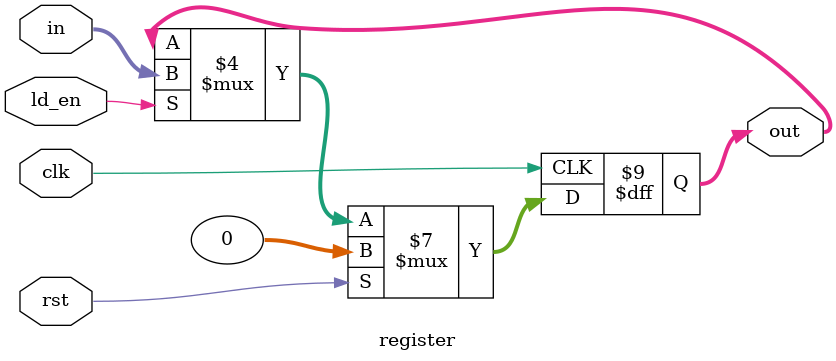
<source format=v>
module register(clk,rst,in,ld_en,out);
//sync ckt
input clk,rst,ld_en;
input [31:0] in;
output reg [31:0] out;
//reg [31:0] out;
always @(posedge clk)
	begin
		if(rst == 1)
		out <= 0;
		else if(ld_en == 1)
		out <= in;
 	end
endmodule

</source>
